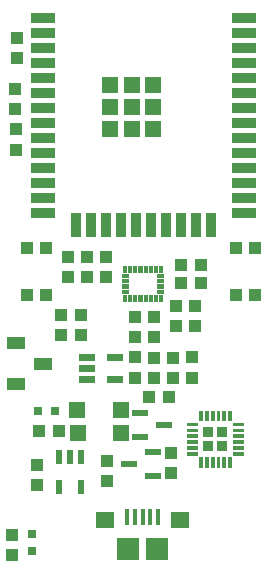
<source format=gbr>
G04 EAGLE Gerber RS-274X export*
G75*
%MOMM*%
%FSLAX34Y34*%
%LPD*%
%INSolderpaste Top*%
%IPPOS*%
%AMOC8*
5,1,8,0,0,1.08239X$1,22.5*%
G01*
%ADD10R,1.000000X1.100000*%
%ADD11R,1.100000X1.000000*%
%ADD12R,1.400000X1.400000*%
%ADD13R,0.400000X1.350000*%
%ADD14R,1.600000X1.400000*%
%ADD15R,1.900000X1.900000*%
%ADD16R,0.800000X0.800000*%
%ADD17R,1.600000X1.000000*%
%ADD18R,0.558800X1.270000*%
%ADD19R,1.320800X0.558800*%
%ADD20C,0.019600*%
%ADD21R,2.000000X0.900000*%
%ADD22R,0.900000X2.000000*%
%ADD23R,1.330000X1.330000*%
%ADD24R,0.960000X0.960000*%
%ADD25C,0.018200*%
%ADD26C,0.090000*%
%ADD27R,1.000000X1.000000*%


D10*
X113900Y211600D03*
X113900Y194600D03*
X129700Y211800D03*
X129700Y194800D03*
X161900Y177400D03*
X161900Y160400D03*
X145900Y177200D03*
X145900Y160200D03*
X113900Y177400D03*
X113900Y160400D03*
X129900Y177000D03*
X129900Y160000D03*
D11*
X67800Y213100D03*
X50800Y213100D03*
D10*
X30900Y86600D03*
X30900Y69600D03*
D12*
X101600Y132600D03*
X64600Y132600D03*
X102100Y113600D03*
X65100Y113600D03*
D13*
X107000Y42150D03*
X113500Y42150D03*
X120000Y42150D03*
X126500Y42150D03*
X133000Y42150D03*
D14*
X88000Y39900D03*
X152000Y39900D03*
D15*
X108000Y15400D03*
X132000Y15400D03*
D16*
X26200Y13100D03*
X26200Y28100D03*
X31100Y131700D03*
X46100Y131700D03*
D10*
X12300Y387700D03*
X12300Y404700D03*
X9700Y27300D03*
X9700Y10300D03*
X12500Y353400D03*
X12500Y370400D03*
D11*
X142400Y143500D03*
X125400Y143500D03*
D10*
X144500Y96200D03*
X144500Y79200D03*
D11*
X50900Y196500D03*
X67900Y196500D03*
D10*
X148500Y220600D03*
X148500Y203600D03*
X164500Y221100D03*
X164500Y204100D03*
X89500Y72400D03*
X89500Y89400D03*
D11*
X32000Y115500D03*
X49000Y115500D03*
D17*
X35700Y172100D03*
X12700Y189600D03*
X12700Y154600D03*
D18*
X67998Y93354D03*
X58600Y93354D03*
X49202Y93354D03*
X49202Y67446D03*
X67998Y67446D03*
D19*
X117940Y130160D03*
X117940Y109840D03*
X138260Y120000D03*
X128660Y76940D03*
X128660Y97260D03*
X108340Y87100D03*
D20*
X133748Y225248D02*
X133748Y230352D01*
X136352Y230352D01*
X136352Y225248D01*
X133748Y225248D01*
X133748Y225434D02*
X136352Y225434D01*
X136352Y225620D02*
X133748Y225620D01*
X133748Y225806D02*
X136352Y225806D01*
X136352Y225992D02*
X133748Y225992D01*
X133748Y226178D02*
X136352Y226178D01*
X136352Y226364D02*
X133748Y226364D01*
X133748Y226550D02*
X136352Y226550D01*
X136352Y226736D02*
X133748Y226736D01*
X133748Y226922D02*
X136352Y226922D01*
X136352Y227108D02*
X133748Y227108D01*
X133748Y227294D02*
X136352Y227294D01*
X136352Y227480D02*
X133748Y227480D01*
X133748Y227666D02*
X136352Y227666D01*
X136352Y227852D02*
X133748Y227852D01*
X133748Y228038D02*
X136352Y228038D01*
X136352Y228224D02*
X133748Y228224D01*
X133748Y228410D02*
X136352Y228410D01*
X136352Y228596D02*
X133748Y228596D01*
X133748Y228782D02*
X136352Y228782D01*
X136352Y228968D02*
X133748Y228968D01*
X133748Y229154D02*
X136352Y229154D01*
X136352Y229340D02*
X133748Y229340D01*
X133748Y229526D02*
X136352Y229526D01*
X136352Y229712D02*
X133748Y229712D01*
X133748Y229898D02*
X136352Y229898D01*
X136352Y230084D02*
X133748Y230084D01*
X133748Y230270D02*
X136352Y230270D01*
X137252Y232248D02*
X132148Y232248D01*
X132148Y234852D01*
X137252Y234852D01*
X137252Y232248D01*
X137252Y232434D02*
X132148Y232434D01*
X132148Y232620D02*
X137252Y232620D01*
X137252Y232806D02*
X132148Y232806D01*
X132148Y232992D02*
X137252Y232992D01*
X137252Y233178D02*
X132148Y233178D01*
X132148Y233364D02*
X137252Y233364D01*
X137252Y233550D02*
X132148Y233550D01*
X132148Y233736D02*
X137252Y233736D01*
X137252Y233922D02*
X132148Y233922D01*
X132148Y234108D02*
X137252Y234108D01*
X137252Y234294D02*
X132148Y234294D01*
X132148Y234480D02*
X137252Y234480D01*
X137252Y234666D02*
X132148Y234666D01*
X132148Y234852D02*
X137252Y234852D01*
X137252Y236548D02*
X132148Y236548D01*
X132148Y239152D01*
X137252Y239152D01*
X137252Y236548D01*
X137252Y236734D02*
X132148Y236734D01*
X132148Y236920D02*
X137252Y236920D01*
X137252Y237106D02*
X132148Y237106D01*
X132148Y237292D02*
X137252Y237292D01*
X137252Y237478D02*
X132148Y237478D01*
X132148Y237664D02*
X137252Y237664D01*
X137252Y237850D02*
X132148Y237850D01*
X132148Y238036D02*
X137252Y238036D01*
X137252Y238222D02*
X132148Y238222D01*
X132148Y238408D02*
X137252Y238408D01*
X137252Y238594D02*
X132148Y238594D01*
X132148Y238780D02*
X137252Y238780D01*
X137252Y238966D02*
X132148Y238966D01*
X132148Y239152D02*
X137252Y239152D01*
X137252Y240848D02*
X132148Y240848D01*
X132148Y243452D01*
X137252Y243452D01*
X137252Y240848D01*
X137252Y241034D02*
X132148Y241034D01*
X132148Y241220D02*
X137252Y241220D01*
X137252Y241406D02*
X132148Y241406D01*
X132148Y241592D02*
X137252Y241592D01*
X137252Y241778D02*
X132148Y241778D01*
X132148Y241964D02*
X137252Y241964D01*
X137252Y242150D02*
X132148Y242150D01*
X132148Y242336D02*
X137252Y242336D01*
X137252Y242522D02*
X132148Y242522D01*
X132148Y242708D02*
X137252Y242708D01*
X137252Y242894D02*
X132148Y242894D01*
X132148Y243080D02*
X137252Y243080D01*
X137252Y243266D02*
X132148Y243266D01*
X132148Y243452D02*
X137252Y243452D01*
X137252Y245148D02*
X132148Y245148D01*
X132148Y247752D01*
X137252Y247752D01*
X137252Y245148D01*
X137252Y245334D02*
X132148Y245334D01*
X132148Y245520D02*
X137252Y245520D01*
X137252Y245706D02*
X132148Y245706D01*
X132148Y245892D02*
X137252Y245892D01*
X137252Y246078D02*
X132148Y246078D01*
X132148Y246264D02*
X137252Y246264D01*
X137252Y246450D02*
X132148Y246450D01*
X132148Y246636D02*
X137252Y246636D01*
X137252Y246822D02*
X132148Y246822D01*
X132148Y247008D02*
X137252Y247008D01*
X137252Y247194D02*
X132148Y247194D01*
X132148Y247380D02*
X137252Y247380D01*
X137252Y247566D02*
X132148Y247566D01*
X132148Y247752D02*
X137252Y247752D01*
X136352Y249648D02*
X136352Y254752D01*
X136352Y249648D02*
X133748Y249648D01*
X133748Y254752D01*
X136352Y254752D01*
X136352Y249834D02*
X133748Y249834D01*
X133748Y250020D02*
X136352Y250020D01*
X136352Y250206D02*
X133748Y250206D01*
X133748Y250392D02*
X136352Y250392D01*
X136352Y250578D02*
X133748Y250578D01*
X133748Y250764D02*
X136352Y250764D01*
X136352Y250950D02*
X133748Y250950D01*
X133748Y251136D02*
X136352Y251136D01*
X136352Y251322D02*
X133748Y251322D01*
X133748Y251508D02*
X136352Y251508D01*
X136352Y251694D02*
X133748Y251694D01*
X133748Y251880D02*
X136352Y251880D01*
X136352Y252066D02*
X133748Y252066D01*
X133748Y252252D02*
X136352Y252252D01*
X136352Y252438D02*
X133748Y252438D01*
X133748Y252624D02*
X136352Y252624D01*
X136352Y252810D02*
X133748Y252810D01*
X133748Y252996D02*
X136352Y252996D01*
X136352Y253182D02*
X133748Y253182D01*
X133748Y253368D02*
X136352Y253368D01*
X136352Y253554D02*
X133748Y253554D01*
X133748Y253740D02*
X136352Y253740D01*
X136352Y253926D02*
X133748Y253926D01*
X133748Y254112D02*
X136352Y254112D01*
X136352Y254298D02*
X133748Y254298D01*
X133748Y254484D02*
X136352Y254484D01*
X136352Y254670D02*
X133748Y254670D01*
X132052Y254752D02*
X132052Y249648D01*
X129448Y249648D01*
X129448Y254752D01*
X132052Y254752D01*
X132052Y249834D02*
X129448Y249834D01*
X129448Y250020D02*
X132052Y250020D01*
X132052Y250206D02*
X129448Y250206D01*
X129448Y250392D02*
X132052Y250392D01*
X132052Y250578D02*
X129448Y250578D01*
X129448Y250764D02*
X132052Y250764D01*
X132052Y250950D02*
X129448Y250950D01*
X129448Y251136D02*
X132052Y251136D01*
X132052Y251322D02*
X129448Y251322D01*
X129448Y251508D02*
X132052Y251508D01*
X132052Y251694D02*
X129448Y251694D01*
X129448Y251880D02*
X132052Y251880D01*
X132052Y252066D02*
X129448Y252066D01*
X129448Y252252D02*
X132052Y252252D01*
X132052Y252438D02*
X129448Y252438D01*
X129448Y252624D02*
X132052Y252624D01*
X132052Y252810D02*
X129448Y252810D01*
X129448Y252996D02*
X132052Y252996D01*
X132052Y253182D02*
X129448Y253182D01*
X129448Y253368D02*
X132052Y253368D01*
X132052Y253554D02*
X129448Y253554D01*
X129448Y253740D02*
X132052Y253740D01*
X132052Y253926D02*
X129448Y253926D01*
X129448Y254112D02*
X132052Y254112D01*
X132052Y254298D02*
X129448Y254298D01*
X129448Y254484D02*
X132052Y254484D01*
X132052Y254670D02*
X129448Y254670D01*
X127752Y254752D02*
X127752Y249648D01*
X125148Y249648D01*
X125148Y254752D01*
X127752Y254752D01*
X127752Y249834D02*
X125148Y249834D01*
X125148Y250020D02*
X127752Y250020D01*
X127752Y250206D02*
X125148Y250206D01*
X125148Y250392D02*
X127752Y250392D01*
X127752Y250578D02*
X125148Y250578D01*
X125148Y250764D02*
X127752Y250764D01*
X127752Y250950D02*
X125148Y250950D01*
X125148Y251136D02*
X127752Y251136D01*
X127752Y251322D02*
X125148Y251322D01*
X125148Y251508D02*
X127752Y251508D01*
X127752Y251694D02*
X125148Y251694D01*
X125148Y251880D02*
X127752Y251880D01*
X127752Y252066D02*
X125148Y252066D01*
X125148Y252252D02*
X127752Y252252D01*
X127752Y252438D02*
X125148Y252438D01*
X125148Y252624D02*
X127752Y252624D01*
X127752Y252810D02*
X125148Y252810D01*
X125148Y252996D02*
X127752Y252996D01*
X127752Y253182D02*
X125148Y253182D01*
X125148Y253368D02*
X127752Y253368D01*
X127752Y253554D02*
X125148Y253554D01*
X125148Y253740D02*
X127752Y253740D01*
X127752Y253926D02*
X125148Y253926D01*
X125148Y254112D02*
X127752Y254112D01*
X127752Y254298D02*
X125148Y254298D01*
X125148Y254484D02*
X127752Y254484D01*
X127752Y254670D02*
X125148Y254670D01*
X123452Y254752D02*
X123452Y249648D01*
X120848Y249648D01*
X120848Y254752D01*
X123452Y254752D01*
X123452Y249834D02*
X120848Y249834D01*
X120848Y250020D02*
X123452Y250020D01*
X123452Y250206D02*
X120848Y250206D01*
X120848Y250392D02*
X123452Y250392D01*
X123452Y250578D02*
X120848Y250578D01*
X120848Y250764D02*
X123452Y250764D01*
X123452Y250950D02*
X120848Y250950D01*
X120848Y251136D02*
X123452Y251136D01*
X123452Y251322D02*
X120848Y251322D01*
X120848Y251508D02*
X123452Y251508D01*
X123452Y251694D02*
X120848Y251694D01*
X120848Y251880D02*
X123452Y251880D01*
X123452Y252066D02*
X120848Y252066D01*
X120848Y252252D02*
X123452Y252252D01*
X123452Y252438D02*
X120848Y252438D01*
X120848Y252624D02*
X123452Y252624D01*
X123452Y252810D02*
X120848Y252810D01*
X120848Y252996D02*
X123452Y252996D01*
X123452Y253182D02*
X120848Y253182D01*
X120848Y253368D02*
X123452Y253368D01*
X123452Y253554D02*
X120848Y253554D01*
X120848Y253740D02*
X123452Y253740D01*
X123452Y253926D02*
X120848Y253926D01*
X120848Y254112D02*
X123452Y254112D01*
X123452Y254298D02*
X120848Y254298D01*
X120848Y254484D02*
X123452Y254484D01*
X123452Y254670D02*
X120848Y254670D01*
X119152Y254752D02*
X119152Y249648D01*
X116548Y249648D01*
X116548Y254752D01*
X119152Y254752D01*
X119152Y249834D02*
X116548Y249834D01*
X116548Y250020D02*
X119152Y250020D01*
X119152Y250206D02*
X116548Y250206D01*
X116548Y250392D02*
X119152Y250392D01*
X119152Y250578D02*
X116548Y250578D01*
X116548Y250764D02*
X119152Y250764D01*
X119152Y250950D02*
X116548Y250950D01*
X116548Y251136D02*
X119152Y251136D01*
X119152Y251322D02*
X116548Y251322D01*
X116548Y251508D02*
X119152Y251508D01*
X119152Y251694D02*
X116548Y251694D01*
X116548Y251880D02*
X119152Y251880D01*
X119152Y252066D02*
X116548Y252066D01*
X116548Y252252D02*
X119152Y252252D01*
X119152Y252438D02*
X116548Y252438D01*
X116548Y252624D02*
X119152Y252624D01*
X119152Y252810D02*
X116548Y252810D01*
X116548Y252996D02*
X119152Y252996D01*
X119152Y253182D02*
X116548Y253182D01*
X116548Y253368D02*
X119152Y253368D01*
X119152Y253554D02*
X116548Y253554D01*
X116548Y253740D02*
X119152Y253740D01*
X119152Y253926D02*
X116548Y253926D01*
X116548Y254112D02*
X119152Y254112D01*
X119152Y254298D02*
X116548Y254298D01*
X116548Y254484D02*
X119152Y254484D01*
X119152Y254670D02*
X116548Y254670D01*
X114852Y254752D02*
X114852Y249648D01*
X112248Y249648D01*
X112248Y254752D01*
X114852Y254752D01*
X114852Y249834D02*
X112248Y249834D01*
X112248Y250020D02*
X114852Y250020D01*
X114852Y250206D02*
X112248Y250206D01*
X112248Y250392D02*
X114852Y250392D01*
X114852Y250578D02*
X112248Y250578D01*
X112248Y250764D02*
X114852Y250764D01*
X114852Y250950D02*
X112248Y250950D01*
X112248Y251136D02*
X114852Y251136D01*
X114852Y251322D02*
X112248Y251322D01*
X112248Y251508D02*
X114852Y251508D01*
X114852Y251694D02*
X112248Y251694D01*
X112248Y251880D02*
X114852Y251880D01*
X114852Y252066D02*
X112248Y252066D01*
X112248Y252252D02*
X114852Y252252D01*
X114852Y252438D02*
X112248Y252438D01*
X112248Y252624D02*
X114852Y252624D01*
X114852Y252810D02*
X112248Y252810D01*
X112248Y252996D02*
X114852Y252996D01*
X114852Y253182D02*
X112248Y253182D01*
X112248Y253368D02*
X114852Y253368D01*
X114852Y253554D02*
X112248Y253554D01*
X112248Y253740D02*
X114852Y253740D01*
X114852Y253926D02*
X112248Y253926D01*
X112248Y254112D02*
X114852Y254112D01*
X114852Y254298D02*
X112248Y254298D01*
X112248Y254484D02*
X114852Y254484D01*
X114852Y254670D02*
X112248Y254670D01*
X110552Y254752D02*
X110552Y249648D01*
X107948Y249648D01*
X107948Y254752D01*
X110552Y254752D01*
X110552Y249834D02*
X107948Y249834D01*
X107948Y250020D02*
X110552Y250020D01*
X110552Y250206D02*
X107948Y250206D01*
X107948Y250392D02*
X110552Y250392D01*
X110552Y250578D02*
X107948Y250578D01*
X107948Y250764D02*
X110552Y250764D01*
X110552Y250950D02*
X107948Y250950D01*
X107948Y251136D02*
X110552Y251136D01*
X110552Y251322D02*
X107948Y251322D01*
X107948Y251508D02*
X110552Y251508D01*
X110552Y251694D02*
X107948Y251694D01*
X107948Y251880D02*
X110552Y251880D01*
X110552Y252066D02*
X107948Y252066D01*
X107948Y252252D02*
X110552Y252252D01*
X110552Y252438D02*
X107948Y252438D01*
X107948Y252624D02*
X110552Y252624D01*
X110552Y252810D02*
X107948Y252810D01*
X107948Y252996D02*
X110552Y252996D01*
X110552Y253182D02*
X107948Y253182D01*
X107948Y253368D02*
X110552Y253368D01*
X110552Y253554D02*
X107948Y253554D01*
X107948Y253740D02*
X110552Y253740D01*
X110552Y253926D02*
X107948Y253926D01*
X107948Y254112D02*
X110552Y254112D01*
X110552Y254298D02*
X107948Y254298D01*
X107948Y254484D02*
X110552Y254484D01*
X110552Y254670D02*
X107948Y254670D01*
X106252Y254752D02*
X106252Y249648D01*
X103648Y249648D01*
X103648Y254752D01*
X106252Y254752D01*
X106252Y249834D02*
X103648Y249834D01*
X103648Y250020D02*
X106252Y250020D01*
X106252Y250206D02*
X103648Y250206D01*
X103648Y250392D02*
X106252Y250392D01*
X106252Y250578D02*
X103648Y250578D01*
X103648Y250764D02*
X106252Y250764D01*
X106252Y250950D02*
X103648Y250950D01*
X103648Y251136D02*
X106252Y251136D01*
X106252Y251322D02*
X103648Y251322D01*
X103648Y251508D02*
X106252Y251508D01*
X106252Y251694D02*
X103648Y251694D01*
X103648Y251880D02*
X106252Y251880D01*
X106252Y252066D02*
X103648Y252066D01*
X103648Y252252D02*
X106252Y252252D01*
X106252Y252438D02*
X103648Y252438D01*
X103648Y252624D02*
X106252Y252624D01*
X106252Y252810D02*
X103648Y252810D01*
X103648Y252996D02*
X106252Y252996D01*
X106252Y253182D02*
X103648Y253182D01*
X103648Y253368D02*
X106252Y253368D01*
X106252Y253554D02*
X103648Y253554D01*
X103648Y253740D02*
X106252Y253740D01*
X106252Y253926D02*
X103648Y253926D01*
X103648Y254112D02*
X106252Y254112D01*
X106252Y254298D02*
X103648Y254298D01*
X103648Y254484D02*
X106252Y254484D01*
X106252Y254670D02*
X103648Y254670D01*
X102748Y247752D02*
X107852Y247752D01*
X107852Y245148D01*
X102748Y245148D01*
X102748Y247752D01*
X102748Y245334D02*
X107852Y245334D01*
X107852Y245520D02*
X102748Y245520D01*
X102748Y245706D02*
X107852Y245706D01*
X107852Y245892D02*
X102748Y245892D01*
X102748Y246078D02*
X107852Y246078D01*
X107852Y246264D02*
X102748Y246264D01*
X102748Y246450D02*
X107852Y246450D01*
X107852Y246636D02*
X102748Y246636D01*
X102748Y246822D02*
X107852Y246822D01*
X107852Y247008D02*
X102748Y247008D01*
X102748Y247194D02*
X107852Y247194D01*
X107852Y247380D02*
X102748Y247380D01*
X102748Y247566D02*
X107852Y247566D01*
X107852Y247752D02*
X102748Y247752D01*
X102748Y243452D02*
X107852Y243452D01*
X107852Y240848D01*
X102748Y240848D01*
X102748Y243452D01*
X102748Y241034D02*
X107852Y241034D01*
X107852Y241220D02*
X102748Y241220D01*
X102748Y241406D02*
X107852Y241406D01*
X107852Y241592D02*
X102748Y241592D01*
X102748Y241778D02*
X107852Y241778D01*
X107852Y241964D02*
X102748Y241964D01*
X102748Y242150D02*
X107852Y242150D01*
X107852Y242336D02*
X102748Y242336D01*
X102748Y242522D02*
X107852Y242522D01*
X107852Y242708D02*
X102748Y242708D01*
X102748Y242894D02*
X107852Y242894D01*
X107852Y243080D02*
X102748Y243080D01*
X102748Y243266D02*
X107852Y243266D01*
X107852Y243452D02*
X102748Y243452D01*
X102748Y239152D02*
X107852Y239152D01*
X107852Y236548D01*
X102748Y236548D01*
X102748Y239152D01*
X102748Y236734D02*
X107852Y236734D01*
X107852Y236920D02*
X102748Y236920D01*
X102748Y237106D02*
X107852Y237106D01*
X107852Y237292D02*
X102748Y237292D01*
X102748Y237478D02*
X107852Y237478D01*
X107852Y237664D02*
X102748Y237664D01*
X102748Y237850D02*
X107852Y237850D01*
X107852Y238036D02*
X102748Y238036D01*
X102748Y238222D02*
X107852Y238222D01*
X107852Y238408D02*
X102748Y238408D01*
X102748Y238594D02*
X107852Y238594D01*
X107852Y238780D02*
X102748Y238780D01*
X102748Y238966D02*
X107852Y238966D01*
X107852Y239152D02*
X102748Y239152D01*
X102748Y234852D02*
X107852Y234852D01*
X107852Y232248D01*
X102748Y232248D01*
X102748Y234852D01*
X102748Y232434D02*
X107852Y232434D01*
X107852Y232620D02*
X102748Y232620D01*
X102748Y232806D02*
X107852Y232806D01*
X107852Y232992D02*
X102748Y232992D01*
X102748Y233178D02*
X107852Y233178D01*
X107852Y233364D02*
X102748Y233364D01*
X102748Y233550D02*
X107852Y233550D01*
X107852Y233736D02*
X102748Y233736D01*
X102748Y233922D02*
X107852Y233922D01*
X107852Y234108D02*
X102748Y234108D01*
X102748Y234294D02*
X107852Y234294D01*
X107852Y234480D02*
X102748Y234480D01*
X102748Y234666D02*
X107852Y234666D01*
X107852Y234852D02*
X102748Y234852D01*
X103648Y230352D02*
X103648Y225248D01*
X103648Y230352D02*
X106252Y230352D01*
X106252Y225248D01*
X103648Y225248D01*
X103648Y225434D02*
X106252Y225434D01*
X106252Y225620D02*
X103648Y225620D01*
X103648Y225806D02*
X106252Y225806D01*
X106252Y225992D02*
X103648Y225992D01*
X103648Y226178D02*
X106252Y226178D01*
X106252Y226364D02*
X103648Y226364D01*
X103648Y226550D02*
X106252Y226550D01*
X106252Y226736D02*
X103648Y226736D01*
X103648Y226922D02*
X106252Y226922D01*
X106252Y227108D02*
X103648Y227108D01*
X103648Y227294D02*
X106252Y227294D01*
X106252Y227480D02*
X103648Y227480D01*
X103648Y227666D02*
X106252Y227666D01*
X106252Y227852D02*
X103648Y227852D01*
X103648Y228038D02*
X106252Y228038D01*
X106252Y228224D02*
X103648Y228224D01*
X103648Y228410D02*
X106252Y228410D01*
X106252Y228596D02*
X103648Y228596D01*
X103648Y228782D02*
X106252Y228782D01*
X106252Y228968D02*
X103648Y228968D01*
X103648Y229154D02*
X106252Y229154D01*
X106252Y229340D02*
X103648Y229340D01*
X103648Y229526D02*
X106252Y229526D01*
X106252Y229712D02*
X103648Y229712D01*
X103648Y229898D02*
X106252Y229898D01*
X106252Y230084D02*
X103648Y230084D01*
X103648Y230270D02*
X106252Y230270D01*
X107948Y230352D02*
X107948Y225248D01*
X107948Y230352D02*
X110552Y230352D01*
X110552Y225248D01*
X107948Y225248D01*
X107948Y225434D02*
X110552Y225434D01*
X110552Y225620D02*
X107948Y225620D01*
X107948Y225806D02*
X110552Y225806D01*
X110552Y225992D02*
X107948Y225992D01*
X107948Y226178D02*
X110552Y226178D01*
X110552Y226364D02*
X107948Y226364D01*
X107948Y226550D02*
X110552Y226550D01*
X110552Y226736D02*
X107948Y226736D01*
X107948Y226922D02*
X110552Y226922D01*
X110552Y227108D02*
X107948Y227108D01*
X107948Y227294D02*
X110552Y227294D01*
X110552Y227480D02*
X107948Y227480D01*
X107948Y227666D02*
X110552Y227666D01*
X110552Y227852D02*
X107948Y227852D01*
X107948Y228038D02*
X110552Y228038D01*
X110552Y228224D02*
X107948Y228224D01*
X107948Y228410D02*
X110552Y228410D01*
X110552Y228596D02*
X107948Y228596D01*
X107948Y228782D02*
X110552Y228782D01*
X110552Y228968D02*
X107948Y228968D01*
X107948Y229154D02*
X110552Y229154D01*
X110552Y229340D02*
X107948Y229340D01*
X107948Y229526D02*
X110552Y229526D01*
X110552Y229712D02*
X107948Y229712D01*
X107948Y229898D02*
X110552Y229898D01*
X110552Y230084D02*
X107948Y230084D01*
X107948Y230270D02*
X110552Y230270D01*
X112248Y230352D02*
X112248Y225248D01*
X112248Y230352D02*
X114852Y230352D01*
X114852Y225248D01*
X112248Y225248D01*
X112248Y225434D02*
X114852Y225434D01*
X114852Y225620D02*
X112248Y225620D01*
X112248Y225806D02*
X114852Y225806D01*
X114852Y225992D02*
X112248Y225992D01*
X112248Y226178D02*
X114852Y226178D01*
X114852Y226364D02*
X112248Y226364D01*
X112248Y226550D02*
X114852Y226550D01*
X114852Y226736D02*
X112248Y226736D01*
X112248Y226922D02*
X114852Y226922D01*
X114852Y227108D02*
X112248Y227108D01*
X112248Y227294D02*
X114852Y227294D01*
X114852Y227480D02*
X112248Y227480D01*
X112248Y227666D02*
X114852Y227666D01*
X114852Y227852D02*
X112248Y227852D01*
X112248Y228038D02*
X114852Y228038D01*
X114852Y228224D02*
X112248Y228224D01*
X112248Y228410D02*
X114852Y228410D01*
X114852Y228596D02*
X112248Y228596D01*
X112248Y228782D02*
X114852Y228782D01*
X114852Y228968D02*
X112248Y228968D01*
X112248Y229154D02*
X114852Y229154D01*
X114852Y229340D02*
X112248Y229340D01*
X112248Y229526D02*
X114852Y229526D01*
X114852Y229712D02*
X112248Y229712D01*
X112248Y229898D02*
X114852Y229898D01*
X114852Y230084D02*
X112248Y230084D01*
X112248Y230270D02*
X114852Y230270D01*
X116548Y230352D02*
X116548Y225248D01*
X116548Y230352D02*
X119152Y230352D01*
X119152Y225248D01*
X116548Y225248D01*
X116548Y225434D02*
X119152Y225434D01*
X119152Y225620D02*
X116548Y225620D01*
X116548Y225806D02*
X119152Y225806D01*
X119152Y225992D02*
X116548Y225992D01*
X116548Y226178D02*
X119152Y226178D01*
X119152Y226364D02*
X116548Y226364D01*
X116548Y226550D02*
X119152Y226550D01*
X119152Y226736D02*
X116548Y226736D01*
X116548Y226922D02*
X119152Y226922D01*
X119152Y227108D02*
X116548Y227108D01*
X116548Y227294D02*
X119152Y227294D01*
X119152Y227480D02*
X116548Y227480D01*
X116548Y227666D02*
X119152Y227666D01*
X119152Y227852D02*
X116548Y227852D01*
X116548Y228038D02*
X119152Y228038D01*
X119152Y228224D02*
X116548Y228224D01*
X116548Y228410D02*
X119152Y228410D01*
X119152Y228596D02*
X116548Y228596D01*
X116548Y228782D02*
X119152Y228782D01*
X119152Y228968D02*
X116548Y228968D01*
X116548Y229154D02*
X119152Y229154D01*
X119152Y229340D02*
X116548Y229340D01*
X116548Y229526D02*
X119152Y229526D01*
X119152Y229712D02*
X116548Y229712D01*
X116548Y229898D02*
X119152Y229898D01*
X119152Y230084D02*
X116548Y230084D01*
X116548Y230270D02*
X119152Y230270D01*
X120848Y230352D02*
X120848Y225248D01*
X120848Y230352D02*
X123452Y230352D01*
X123452Y225248D01*
X120848Y225248D01*
X120848Y225434D02*
X123452Y225434D01*
X123452Y225620D02*
X120848Y225620D01*
X120848Y225806D02*
X123452Y225806D01*
X123452Y225992D02*
X120848Y225992D01*
X120848Y226178D02*
X123452Y226178D01*
X123452Y226364D02*
X120848Y226364D01*
X120848Y226550D02*
X123452Y226550D01*
X123452Y226736D02*
X120848Y226736D01*
X120848Y226922D02*
X123452Y226922D01*
X123452Y227108D02*
X120848Y227108D01*
X120848Y227294D02*
X123452Y227294D01*
X123452Y227480D02*
X120848Y227480D01*
X120848Y227666D02*
X123452Y227666D01*
X123452Y227852D02*
X120848Y227852D01*
X120848Y228038D02*
X123452Y228038D01*
X123452Y228224D02*
X120848Y228224D01*
X120848Y228410D02*
X123452Y228410D01*
X123452Y228596D02*
X120848Y228596D01*
X120848Y228782D02*
X123452Y228782D01*
X123452Y228968D02*
X120848Y228968D01*
X120848Y229154D02*
X123452Y229154D01*
X123452Y229340D02*
X120848Y229340D01*
X120848Y229526D02*
X123452Y229526D01*
X123452Y229712D02*
X120848Y229712D01*
X120848Y229898D02*
X123452Y229898D01*
X123452Y230084D02*
X120848Y230084D01*
X120848Y230270D02*
X123452Y230270D01*
X125148Y230352D02*
X125148Y225248D01*
X125148Y230352D02*
X127752Y230352D01*
X127752Y225248D01*
X125148Y225248D01*
X125148Y225434D02*
X127752Y225434D01*
X127752Y225620D02*
X125148Y225620D01*
X125148Y225806D02*
X127752Y225806D01*
X127752Y225992D02*
X125148Y225992D01*
X125148Y226178D02*
X127752Y226178D01*
X127752Y226364D02*
X125148Y226364D01*
X125148Y226550D02*
X127752Y226550D01*
X127752Y226736D02*
X125148Y226736D01*
X125148Y226922D02*
X127752Y226922D01*
X127752Y227108D02*
X125148Y227108D01*
X125148Y227294D02*
X127752Y227294D01*
X127752Y227480D02*
X125148Y227480D01*
X125148Y227666D02*
X127752Y227666D01*
X127752Y227852D02*
X125148Y227852D01*
X125148Y228038D02*
X127752Y228038D01*
X127752Y228224D02*
X125148Y228224D01*
X125148Y228410D02*
X127752Y228410D01*
X127752Y228596D02*
X125148Y228596D01*
X125148Y228782D02*
X127752Y228782D01*
X127752Y228968D02*
X125148Y228968D01*
X125148Y229154D02*
X127752Y229154D01*
X127752Y229340D02*
X125148Y229340D01*
X125148Y229526D02*
X127752Y229526D01*
X127752Y229712D02*
X125148Y229712D01*
X125148Y229898D02*
X127752Y229898D01*
X127752Y230084D02*
X125148Y230084D01*
X125148Y230270D02*
X127752Y230270D01*
X129448Y230352D02*
X129448Y225248D01*
X129448Y230352D02*
X132052Y230352D01*
X132052Y225248D01*
X129448Y225248D01*
X129448Y225434D02*
X132052Y225434D01*
X132052Y225620D02*
X129448Y225620D01*
X129448Y225806D02*
X132052Y225806D01*
X132052Y225992D02*
X129448Y225992D01*
X129448Y226178D02*
X132052Y226178D01*
X132052Y226364D02*
X129448Y226364D01*
X129448Y226550D02*
X132052Y226550D01*
X132052Y226736D02*
X129448Y226736D01*
X129448Y226922D02*
X132052Y226922D01*
X132052Y227108D02*
X129448Y227108D01*
X129448Y227294D02*
X132052Y227294D01*
X132052Y227480D02*
X129448Y227480D01*
X129448Y227666D02*
X132052Y227666D01*
X132052Y227852D02*
X129448Y227852D01*
X129448Y228038D02*
X132052Y228038D01*
X132052Y228224D02*
X129448Y228224D01*
X129448Y228410D02*
X132052Y228410D01*
X132052Y228596D02*
X129448Y228596D01*
X129448Y228782D02*
X132052Y228782D01*
X132052Y228968D02*
X129448Y228968D01*
X129448Y229154D02*
X132052Y229154D01*
X132052Y229340D02*
X129448Y229340D01*
X129448Y229526D02*
X132052Y229526D01*
X132052Y229712D02*
X129448Y229712D01*
X129448Y229898D02*
X132052Y229898D01*
X132052Y230084D02*
X129448Y230084D01*
X129448Y230270D02*
X132052Y230270D01*
D21*
X35800Y464500D03*
X35800Y451800D03*
X35800Y439100D03*
X35800Y426400D03*
X35800Y413700D03*
X35800Y401000D03*
X35800Y388300D03*
X35800Y375600D03*
X35800Y362900D03*
X35800Y350200D03*
X35800Y337500D03*
X35800Y324800D03*
X35800Y312100D03*
X35800Y299400D03*
D22*
X63650Y289400D03*
X76350Y289400D03*
X89050Y289400D03*
X101750Y289400D03*
X114450Y289400D03*
X127150Y289400D03*
X139850Y289400D03*
X152550Y289400D03*
X165250Y289400D03*
X177950Y289400D03*
D21*
X205800Y299400D03*
X205800Y312100D03*
X205800Y324800D03*
X205800Y337500D03*
X205800Y350200D03*
X205800Y362900D03*
X205800Y375600D03*
X205800Y388300D03*
X205800Y401000D03*
X205800Y413700D03*
X205800Y426400D03*
X205800Y439100D03*
X205800Y451800D03*
X205800Y464500D03*
D23*
X92450Y407850D03*
X110800Y407850D03*
X129150Y407850D03*
X92450Y389500D03*
X110800Y389500D03*
X129150Y389500D03*
X92450Y371150D03*
X110800Y371150D03*
X129150Y371150D03*
D24*
X175300Y114600D03*
X175300Y102400D03*
X187500Y102400D03*
X187500Y114600D03*
D25*
X180109Y92959D02*
X180109Y84941D01*
X177691Y84941D01*
X177691Y92959D01*
X180109Y92959D01*
X180109Y85114D02*
X177691Y85114D01*
X177691Y85287D02*
X180109Y85287D01*
X180109Y85460D02*
X177691Y85460D01*
X177691Y85633D02*
X180109Y85633D01*
X180109Y85806D02*
X177691Y85806D01*
X177691Y85979D02*
X180109Y85979D01*
X180109Y86152D02*
X177691Y86152D01*
X177691Y86325D02*
X180109Y86325D01*
X180109Y86498D02*
X177691Y86498D01*
X177691Y86671D02*
X180109Y86671D01*
X180109Y86844D02*
X177691Y86844D01*
X177691Y87017D02*
X180109Y87017D01*
X180109Y87190D02*
X177691Y87190D01*
X177691Y87363D02*
X180109Y87363D01*
X180109Y87536D02*
X177691Y87536D01*
X177691Y87709D02*
X180109Y87709D01*
X180109Y87882D02*
X177691Y87882D01*
X177691Y88055D02*
X180109Y88055D01*
X180109Y88228D02*
X177691Y88228D01*
X177691Y88401D02*
X180109Y88401D01*
X180109Y88574D02*
X177691Y88574D01*
X177691Y88747D02*
X180109Y88747D01*
X180109Y88920D02*
X177691Y88920D01*
X177691Y89093D02*
X180109Y89093D01*
X180109Y89266D02*
X177691Y89266D01*
X177691Y89439D02*
X180109Y89439D01*
X180109Y89612D02*
X177691Y89612D01*
X177691Y89785D02*
X180109Y89785D01*
X180109Y89958D02*
X177691Y89958D01*
X177691Y90131D02*
X180109Y90131D01*
X180109Y90304D02*
X177691Y90304D01*
X177691Y90477D02*
X180109Y90477D01*
X180109Y90650D02*
X177691Y90650D01*
X177691Y90823D02*
X180109Y90823D01*
X180109Y90996D02*
X177691Y90996D01*
X177691Y91169D02*
X180109Y91169D01*
X180109Y91342D02*
X177691Y91342D01*
X177691Y91515D02*
X180109Y91515D01*
X180109Y91688D02*
X177691Y91688D01*
X177691Y91861D02*
X180109Y91861D01*
X180109Y92034D02*
X177691Y92034D01*
X177691Y92207D02*
X180109Y92207D01*
X180109Y92380D02*
X177691Y92380D01*
X177691Y92553D02*
X180109Y92553D01*
X180109Y92726D02*
X177691Y92726D01*
X177691Y92899D02*
X180109Y92899D01*
X175109Y92959D02*
X175109Y84941D01*
X172691Y84941D01*
X172691Y92959D01*
X175109Y92959D01*
X175109Y85114D02*
X172691Y85114D01*
X172691Y85287D02*
X175109Y85287D01*
X175109Y85460D02*
X172691Y85460D01*
X172691Y85633D02*
X175109Y85633D01*
X175109Y85806D02*
X172691Y85806D01*
X172691Y85979D02*
X175109Y85979D01*
X175109Y86152D02*
X172691Y86152D01*
X172691Y86325D02*
X175109Y86325D01*
X175109Y86498D02*
X172691Y86498D01*
X172691Y86671D02*
X175109Y86671D01*
X175109Y86844D02*
X172691Y86844D01*
X172691Y87017D02*
X175109Y87017D01*
X175109Y87190D02*
X172691Y87190D01*
X172691Y87363D02*
X175109Y87363D01*
X175109Y87536D02*
X172691Y87536D01*
X172691Y87709D02*
X175109Y87709D01*
X175109Y87882D02*
X172691Y87882D01*
X172691Y88055D02*
X175109Y88055D01*
X175109Y88228D02*
X172691Y88228D01*
X172691Y88401D02*
X175109Y88401D01*
X175109Y88574D02*
X172691Y88574D01*
X172691Y88747D02*
X175109Y88747D01*
X175109Y88920D02*
X172691Y88920D01*
X172691Y89093D02*
X175109Y89093D01*
X175109Y89266D02*
X172691Y89266D01*
X172691Y89439D02*
X175109Y89439D01*
X175109Y89612D02*
X172691Y89612D01*
X172691Y89785D02*
X175109Y89785D01*
X175109Y89958D02*
X172691Y89958D01*
X172691Y90131D02*
X175109Y90131D01*
X175109Y90304D02*
X172691Y90304D01*
X172691Y90477D02*
X175109Y90477D01*
X175109Y90650D02*
X172691Y90650D01*
X172691Y90823D02*
X175109Y90823D01*
X175109Y90996D02*
X172691Y90996D01*
X172691Y91169D02*
X175109Y91169D01*
X175109Y91342D02*
X172691Y91342D01*
X172691Y91515D02*
X175109Y91515D01*
X175109Y91688D02*
X172691Y91688D01*
X172691Y91861D02*
X175109Y91861D01*
X175109Y92034D02*
X172691Y92034D01*
X172691Y92207D02*
X175109Y92207D01*
X175109Y92380D02*
X172691Y92380D01*
X172691Y92553D02*
X175109Y92553D01*
X175109Y92726D02*
X172691Y92726D01*
X172691Y92899D02*
X175109Y92899D01*
X170109Y92909D02*
X170109Y84691D01*
X167691Y84691D01*
X167691Y92909D01*
X170109Y92909D01*
X170109Y84864D02*
X167691Y84864D01*
X167691Y85037D02*
X170109Y85037D01*
X170109Y85210D02*
X167691Y85210D01*
X167691Y85383D02*
X170109Y85383D01*
X170109Y85556D02*
X167691Y85556D01*
X167691Y85729D02*
X170109Y85729D01*
X170109Y85902D02*
X167691Y85902D01*
X167691Y86075D02*
X170109Y86075D01*
X170109Y86248D02*
X167691Y86248D01*
X167691Y86421D02*
X170109Y86421D01*
X170109Y86594D02*
X167691Y86594D01*
X167691Y86767D02*
X170109Y86767D01*
X170109Y86940D02*
X167691Y86940D01*
X167691Y87113D02*
X170109Y87113D01*
X170109Y87286D02*
X167691Y87286D01*
X167691Y87459D02*
X170109Y87459D01*
X170109Y87632D02*
X167691Y87632D01*
X167691Y87805D02*
X170109Y87805D01*
X170109Y87978D02*
X167691Y87978D01*
X167691Y88151D02*
X170109Y88151D01*
X170109Y88324D02*
X167691Y88324D01*
X167691Y88497D02*
X170109Y88497D01*
X170109Y88670D02*
X167691Y88670D01*
X167691Y88843D02*
X170109Y88843D01*
X170109Y89016D02*
X167691Y89016D01*
X167691Y89189D02*
X170109Y89189D01*
X170109Y89362D02*
X167691Y89362D01*
X167691Y89535D02*
X170109Y89535D01*
X170109Y89708D02*
X167691Y89708D01*
X167691Y89881D02*
X170109Y89881D01*
X170109Y90054D02*
X167691Y90054D01*
X167691Y90227D02*
X170109Y90227D01*
X170109Y90400D02*
X167691Y90400D01*
X167691Y90573D02*
X170109Y90573D01*
X170109Y90746D02*
X167691Y90746D01*
X167691Y90919D02*
X170109Y90919D01*
X170109Y91092D02*
X167691Y91092D01*
X167691Y91265D02*
X170109Y91265D01*
X170109Y91438D02*
X167691Y91438D01*
X167691Y91611D02*
X170109Y91611D01*
X170109Y91784D02*
X167691Y91784D01*
X167691Y91957D02*
X170109Y91957D01*
X170109Y92130D02*
X167691Y92130D01*
X167691Y92303D02*
X170109Y92303D01*
X170109Y92476D02*
X167691Y92476D01*
X167691Y92649D02*
X170109Y92649D01*
X170109Y92822D02*
X167691Y92822D01*
X185109Y92959D02*
X185109Y84941D01*
X182691Y84941D01*
X182691Y92959D01*
X185109Y92959D01*
X185109Y85114D02*
X182691Y85114D01*
X182691Y85287D02*
X185109Y85287D01*
X185109Y85460D02*
X182691Y85460D01*
X182691Y85633D02*
X185109Y85633D01*
X185109Y85806D02*
X182691Y85806D01*
X182691Y85979D02*
X185109Y85979D01*
X185109Y86152D02*
X182691Y86152D01*
X182691Y86325D02*
X185109Y86325D01*
X185109Y86498D02*
X182691Y86498D01*
X182691Y86671D02*
X185109Y86671D01*
X185109Y86844D02*
X182691Y86844D01*
X182691Y87017D02*
X185109Y87017D01*
X185109Y87190D02*
X182691Y87190D01*
X182691Y87363D02*
X185109Y87363D01*
X185109Y87536D02*
X182691Y87536D01*
X182691Y87709D02*
X185109Y87709D01*
X185109Y87882D02*
X182691Y87882D01*
X182691Y88055D02*
X185109Y88055D01*
X185109Y88228D02*
X182691Y88228D01*
X182691Y88401D02*
X185109Y88401D01*
X185109Y88574D02*
X182691Y88574D01*
X182691Y88747D02*
X185109Y88747D01*
X185109Y88920D02*
X182691Y88920D01*
X182691Y89093D02*
X185109Y89093D01*
X185109Y89266D02*
X182691Y89266D01*
X182691Y89439D02*
X185109Y89439D01*
X185109Y89612D02*
X182691Y89612D01*
X182691Y89785D02*
X185109Y89785D01*
X185109Y89958D02*
X182691Y89958D01*
X182691Y90131D02*
X185109Y90131D01*
X185109Y90304D02*
X182691Y90304D01*
X182691Y90477D02*
X185109Y90477D01*
X185109Y90650D02*
X182691Y90650D01*
X182691Y90823D02*
X185109Y90823D01*
X185109Y90996D02*
X182691Y90996D01*
X182691Y91169D02*
X185109Y91169D01*
X185109Y91342D02*
X182691Y91342D01*
X182691Y91515D02*
X185109Y91515D01*
X185109Y91688D02*
X182691Y91688D01*
X182691Y91861D02*
X185109Y91861D01*
X185109Y92034D02*
X182691Y92034D01*
X182691Y92207D02*
X185109Y92207D01*
X185109Y92380D02*
X182691Y92380D01*
X182691Y92553D02*
X185109Y92553D01*
X185109Y92726D02*
X182691Y92726D01*
X182691Y92899D02*
X185109Y92899D01*
X190109Y92959D02*
X190109Y84941D01*
X187691Y84941D01*
X187691Y92959D01*
X190109Y92959D01*
X190109Y85114D02*
X187691Y85114D01*
X187691Y85287D02*
X190109Y85287D01*
X190109Y85460D02*
X187691Y85460D01*
X187691Y85633D02*
X190109Y85633D01*
X190109Y85806D02*
X187691Y85806D01*
X187691Y85979D02*
X190109Y85979D01*
X190109Y86152D02*
X187691Y86152D01*
X187691Y86325D02*
X190109Y86325D01*
X190109Y86498D02*
X187691Y86498D01*
X187691Y86671D02*
X190109Y86671D01*
X190109Y86844D02*
X187691Y86844D01*
X187691Y87017D02*
X190109Y87017D01*
X190109Y87190D02*
X187691Y87190D01*
X187691Y87363D02*
X190109Y87363D01*
X190109Y87536D02*
X187691Y87536D01*
X187691Y87709D02*
X190109Y87709D01*
X190109Y87882D02*
X187691Y87882D01*
X187691Y88055D02*
X190109Y88055D01*
X190109Y88228D02*
X187691Y88228D01*
X187691Y88401D02*
X190109Y88401D01*
X190109Y88574D02*
X187691Y88574D01*
X187691Y88747D02*
X190109Y88747D01*
X190109Y88920D02*
X187691Y88920D01*
X187691Y89093D02*
X190109Y89093D01*
X190109Y89266D02*
X187691Y89266D01*
X187691Y89439D02*
X190109Y89439D01*
X190109Y89612D02*
X187691Y89612D01*
X187691Y89785D02*
X190109Y89785D01*
X190109Y89958D02*
X187691Y89958D01*
X187691Y90131D02*
X190109Y90131D01*
X190109Y90304D02*
X187691Y90304D01*
X187691Y90477D02*
X190109Y90477D01*
X190109Y90650D02*
X187691Y90650D01*
X187691Y90823D02*
X190109Y90823D01*
X190109Y90996D02*
X187691Y90996D01*
X187691Y91169D02*
X190109Y91169D01*
X190109Y91342D02*
X187691Y91342D01*
X187691Y91515D02*
X190109Y91515D01*
X190109Y91688D02*
X187691Y91688D01*
X187691Y91861D02*
X190109Y91861D01*
X190109Y92034D02*
X187691Y92034D01*
X187691Y92207D02*
X190109Y92207D01*
X190109Y92380D02*
X187691Y92380D01*
X187691Y92553D02*
X190109Y92553D01*
X190109Y92726D02*
X187691Y92726D01*
X187691Y92899D02*
X190109Y92899D01*
X195109Y92959D02*
X195109Y84941D01*
X192691Y84941D01*
X192691Y92959D01*
X195109Y92959D01*
X195109Y85114D02*
X192691Y85114D01*
X192691Y85287D02*
X195109Y85287D01*
X195109Y85460D02*
X192691Y85460D01*
X192691Y85633D02*
X195109Y85633D01*
X195109Y85806D02*
X192691Y85806D01*
X192691Y85979D02*
X195109Y85979D01*
X195109Y86152D02*
X192691Y86152D01*
X192691Y86325D02*
X195109Y86325D01*
X195109Y86498D02*
X192691Y86498D01*
X192691Y86671D02*
X195109Y86671D01*
X195109Y86844D02*
X192691Y86844D01*
X192691Y87017D02*
X195109Y87017D01*
X195109Y87190D02*
X192691Y87190D01*
X192691Y87363D02*
X195109Y87363D01*
X195109Y87536D02*
X192691Y87536D01*
X192691Y87709D02*
X195109Y87709D01*
X195109Y87882D02*
X192691Y87882D01*
X192691Y88055D02*
X195109Y88055D01*
X195109Y88228D02*
X192691Y88228D01*
X192691Y88401D02*
X195109Y88401D01*
X195109Y88574D02*
X192691Y88574D01*
X192691Y88747D02*
X195109Y88747D01*
X195109Y88920D02*
X192691Y88920D01*
X192691Y89093D02*
X195109Y89093D01*
X195109Y89266D02*
X192691Y89266D01*
X192691Y89439D02*
X195109Y89439D01*
X195109Y89612D02*
X192691Y89612D01*
X192691Y89785D02*
X195109Y89785D01*
X195109Y89958D02*
X192691Y89958D01*
X192691Y90131D02*
X195109Y90131D01*
X195109Y90304D02*
X192691Y90304D01*
X192691Y90477D02*
X195109Y90477D01*
X195109Y90650D02*
X192691Y90650D01*
X192691Y90823D02*
X195109Y90823D01*
X195109Y90996D02*
X192691Y90996D01*
X192691Y91169D02*
X195109Y91169D01*
X195109Y91342D02*
X192691Y91342D01*
X192691Y91515D02*
X195109Y91515D01*
X195109Y91688D02*
X192691Y91688D01*
X192691Y91861D02*
X195109Y91861D01*
X195109Y92034D02*
X192691Y92034D01*
X192691Y92207D02*
X195109Y92207D01*
X195109Y92380D02*
X192691Y92380D01*
X192691Y92553D02*
X195109Y92553D01*
X195109Y92726D02*
X192691Y92726D01*
X192691Y92899D02*
X195109Y92899D01*
X196941Y107209D02*
X204959Y107209D01*
X204959Y104791D01*
X196941Y104791D01*
X196941Y107209D01*
X196941Y104964D02*
X204959Y104964D01*
X204959Y105137D02*
X196941Y105137D01*
X196941Y105310D02*
X204959Y105310D01*
X204959Y105483D02*
X196941Y105483D01*
X196941Y105656D02*
X204959Y105656D01*
X204959Y105829D02*
X196941Y105829D01*
X196941Y106002D02*
X204959Y106002D01*
X204959Y106175D02*
X196941Y106175D01*
X196941Y106348D02*
X204959Y106348D01*
X204959Y106521D02*
X196941Y106521D01*
X196941Y106694D02*
X204959Y106694D01*
X204959Y106867D02*
X196941Y106867D01*
X196941Y107040D02*
X204959Y107040D01*
X204959Y102209D02*
X196941Y102209D01*
X204959Y102209D02*
X204959Y99791D01*
X196941Y99791D01*
X196941Y102209D01*
X196941Y99964D02*
X204959Y99964D01*
X204959Y100137D02*
X196941Y100137D01*
X196941Y100310D02*
X204959Y100310D01*
X204959Y100483D02*
X196941Y100483D01*
X196941Y100656D02*
X204959Y100656D01*
X204959Y100829D02*
X196941Y100829D01*
X196941Y101002D02*
X204959Y101002D01*
X204959Y101175D02*
X196941Y101175D01*
X196941Y101348D02*
X204959Y101348D01*
X204959Y101521D02*
X196941Y101521D01*
X196941Y101694D02*
X204959Y101694D01*
X204959Y101867D02*
X196941Y101867D01*
X196941Y102040D02*
X204959Y102040D01*
X204959Y97209D02*
X196941Y97209D01*
X204959Y97209D02*
X204959Y94791D01*
X196941Y94791D01*
X196941Y97209D01*
X196941Y94964D02*
X204959Y94964D01*
X204959Y95137D02*
X196941Y95137D01*
X196941Y95310D02*
X204959Y95310D01*
X204959Y95483D02*
X196941Y95483D01*
X196941Y95656D02*
X204959Y95656D01*
X204959Y95829D02*
X196941Y95829D01*
X196941Y96002D02*
X204959Y96002D01*
X204959Y96175D02*
X196941Y96175D01*
X196941Y96348D02*
X204959Y96348D01*
X204959Y96521D02*
X196941Y96521D01*
X196941Y96694D02*
X204959Y96694D01*
X204959Y96867D02*
X196941Y96867D01*
X196941Y97040D02*
X204959Y97040D01*
X204959Y112209D02*
X196941Y112209D01*
X204959Y112209D02*
X204959Y109791D01*
X196941Y109791D01*
X196941Y112209D01*
X196941Y109964D02*
X204959Y109964D01*
X204959Y110137D02*
X196941Y110137D01*
X196941Y110310D02*
X204959Y110310D01*
X204959Y110483D02*
X196941Y110483D01*
X196941Y110656D02*
X204959Y110656D01*
X204959Y110829D02*
X196941Y110829D01*
X196941Y111002D02*
X204959Y111002D01*
X204959Y111175D02*
X196941Y111175D01*
X196941Y111348D02*
X204959Y111348D01*
X204959Y111521D02*
X196941Y111521D01*
X196941Y111694D02*
X204959Y111694D01*
X204959Y111867D02*
X196941Y111867D01*
X196941Y112040D02*
X204959Y112040D01*
X204959Y117209D02*
X196941Y117209D01*
X204959Y117209D02*
X204959Y114791D01*
X196941Y114791D01*
X196941Y117209D01*
X196941Y114964D02*
X204959Y114964D01*
X204959Y115137D02*
X196941Y115137D01*
X196941Y115310D02*
X204959Y115310D01*
X204959Y115483D02*
X196941Y115483D01*
X196941Y115656D02*
X204959Y115656D01*
X204959Y115829D02*
X196941Y115829D01*
X196941Y116002D02*
X204959Y116002D01*
X204959Y116175D02*
X196941Y116175D01*
X196941Y116348D02*
X204959Y116348D01*
X204959Y116521D02*
X196941Y116521D01*
X196941Y116694D02*
X204959Y116694D01*
X204959Y116867D02*
X196941Y116867D01*
X196941Y117040D02*
X204959Y117040D01*
X204959Y122209D02*
X196941Y122209D01*
X204959Y122209D02*
X204959Y119791D01*
X196941Y119791D01*
X196941Y122209D01*
X196941Y119964D02*
X204959Y119964D01*
X204959Y120137D02*
X196941Y120137D01*
X196941Y120310D02*
X204959Y120310D01*
X204959Y120483D02*
X196941Y120483D01*
X196941Y120656D02*
X204959Y120656D01*
X204959Y120829D02*
X196941Y120829D01*
X196941Y121002D02*
X204959Y121002D01*
X204959Y121175D02*
X196941Y121175D01*
X196941Y121348D02*
X204959Y121348D01*
X204959Y121521D02*
X196941Y121521D01*
X196941Y121694D02*
X204959Y121694D01*
X204959Y121867D02*
X196941Y121867D01*
X196941Y122040D02*
X204959Y122040D01*
X182691Y124041D02*
X182691Y132059D01*
X185109Y132059D01*
X185109Y124041D01*
X182691Y124041D01*
X182691Y124214D02*
X185109Y124214D01*
X185109Y124387D02*
X182691Y124387D01*
X182691Y124560D02*
X185109Y124560D01*
X185109Y124733D02*
X182691Y124733D01*
X182691Y124906D02*
X185109Y124906D01*
X185109Y125079D02*
X182691Y125079D01*
X182691Y125252D02*
X185109Y125252D01*
X185109Y125425D02*
X182691Y125425D01*
X182691Y125598D02*
X185109Y125598D01*
X185109Y125771D02*
X182691Y125771D01*
X182691Y125944D02*
X185109Y125944D01*
X185109Y126117D02*
X182691Y126117D01*
X182691Y126290D02*
X185109Y126290D01*
X185109Y126463D02*
X182691Y126463D01*
X182691Y126636D02*
X185109Y126636D01*
X185109Y126809D02*
X182691Y126809D01*
X182691Y126982D02*
X185109Y126982D01*
X185109Y127155D02*
X182691Y127155D01*
X182691Y127328D02*
X185109Y127328D01*
X185109Y127501D02*
X182691Y127501D01*
X182691Y127674D02*
X185109Y127674D01*
X185109Y127847D02*
X182691Y127847D01*
X182691Y128020D02*
X185109Y128020D01*
X185109Y128193D02*
X182691Y128193D01*
X182691Y128366D02*
X185109Y128366D01*
X185109Y128539D02*
X182691Y128539D01*
X182691Y128712D02*
X185109Y128712D01*
X185109Y128885D02*
X182691Y128885D01*
X182691Y129058D02*
X185109Y129058D01*
X185109Y129231D02*
X182691Y129231D01*
X182691Y129404D02*
X185109Y129404D01*
X185109Y129577D02*
X182691Y129577D01*
X182691Y129750D02*
X185109Y129750D01*
X185109Y129923D02*
X182691Y129923D01*
X182691Y130096D02*
X185109Y130096D01*
X185109Y130269D02*
X182691Y130269D01*
X182691Y130442D02*
X185109Y130442D01*
X185109Y130615D02*
X182691Y130615D01*
X182691Y130788D02*
X185109Y130788D01*
X185109Y130961D02*
X182691Y130961D01*
X182691Y131134D02*
X185109Y131134D01*
X185109Y131307D02*
X182691Y131307D01*
X182691Y131480D02*
X185109Y131480D01*
X185109Y131653D02*
X182691Y131653D01*
X182691Y131826D02*
X185109Y131826D01*
X185109Y131999D02*
X182691Y131999D01*
X187691Y132059D02*
X187691Y124041D01*
X187691Y132059D02*
X190109Y132059D01*
X190109Y124041D01*
X187691Y124041D01*
X187691Y124214D02*
X190109Y124214D01*
X190109Y124387D02*
X187691Y124387D01*
X187691Y124560D02*
X190109Y124560D01*
X190109Y124733D02*
X187691Y124733D01*
X187691Y124906D02*
X190109Y124906D01*
X190109Y125079D02*
X187691Y125079D01*
X187691Y125252D02*
X190109Y125252D01*
X190109Y125425D02*
X187691Y125425D01*
X187691Y125598D02*
X190109Y125598D01*
X190109Y125771D02*
X187691Y125771D01*
X187691Y125944D02*
X190109Y125944D01*
X190109Y126117D02*
X187691Y126117D01*
X187691Y126290D02*
X190109Y126290D01*
X190109Y126463D02*
X187691Y126463D01*
X187691Y126636D02*
X190109Y126636D01*
X190109Y126809D02*
X187691Y126809D01*
X187691Y126982D02*
X190109Y126982D01*
X190109Y127155D02*
X187691Y127155D01*
X187691Y127328D02*
X190109Y127328D01*
X190109Y127501D02*
X187691Y127501D01*
X187691Y127674D02*
X190109Y127674D01*
X190109Y127847D02*
X187691Y127847D01*
X187691Y128020D02*
X190109Y128020D01*
X190109Y128193D02*
X187691Y128193D01*
X187691Y128366D02*
X190109Y128366D01*
X190109Y128539D02*
X187691Y128539D01*
X187691Y128712D02*
X190109Y128712D01*
X190109Y128885D02*
X187691Y128885D01*
X187691Y129058D02*
X190109Y129058D01*
X190109Y129231D02*
X187691Y129231D01*
X187691Y129404D02*
X190109Y129404D01*
X190109Y129577D02*
X187691Y129577D01*
X187691Y129750D02*
X190109Y129750D01*
X190109Y129923D02*
X187691Y129923D01*
X187691Y130096D02*
X190109Y130096D01*
X190109Y130269D02*
X187691Y130269D01*
X187691Y130442D02*
X190109Y130442D01*
X190109Y130615D02*
X187691Y130615D01*
X187691Y130788D02*
X190109Y130788D01*
X190109Y130961D02*
X187691Y130961D01*
X187691Y131134D02*
X190109Y131134D01*
X190109Y131307D02*
X187691Y131307D01*
X187691Y131480D02*
X190109Y131480D01*
X190109Y131653D02*
X187691Y131653D01*
X187691Y131826D02*
X190109Y131826D01*
X190109Y131999D02*
X187691Y131999D01*
X192691Y132059D02*
X192691Y124041D01*
X192691Y132059D02*
X195109Y132059D01*
X195109Y124041D01*
X192691Y124041D01*
X192691Y124214D02*
X195109Y124214D01*
X195109Y124387D02*
X192691Y124387D01*
X192691Y124560D02*
X195109Y124560D01*
X195109Y124733D02*
X192691Y124733D01*
X192691Y124906D02*
X195109Y124906D01*
X195109Y125079D02*
X192691Y125079D01*
X192691Y125252D02*
X195109Y125252D01*
X195109Y125425D02*
X192691Y125425D01*
X192691Y125598D02*
X195109Y125598D01*
X195109Y125771D02*
X192691Y125771D01*
X192691Y125944D02*
X195109Y125944D01*
X195109Y126117D02*
X192691Y126117D01*
X192691Y126290D02*
X195109Y126290D01*
X195109Y126463D02*
X192691Y126463D01*
X192691Y126636D02*
X195109Y126636D01*
X195109Y126809D02*
X192691Y126809D01*
X192691Y126982D02*
X195109Y126982D01*
X195109Y127155D02*
X192691Y127155D01*
X192691Y127328D02*
X195109Y127328D01*
X195109Y127501D02*
X192691Y127501D01*
X192691Y127674D02*
X195109Y127674D01*
X195109Y127847D02*
X192691Y127847D01*
X192691Y128020D02*
X195109Y128020D01*
X195109Y128193D02*
X192691Y128193D01*
X192691Y128366D02*
X195109Y128366D01*
X195109Y128539D02*
X192691Y128539D01*
X192691Y128712D02*
X195109Y128712D01*
X195109Y128885D02*
X192691Y128885D01*
X192691Y129058D02*
X195109Y129058D01*
X195109Y129231D02*
X192691Y129231D01*
X192691Y129404D02*
X195109Y129404D01*
X195109Y129577D02*
X192691Y129577D01*
X192691Y129750D02*
X195109Y129750D01*
X195109Y129923D02*
X192691Y129923D01*
X192691Y130096D02*
X195109Y130096D01*
X195109Y130269D02*
X192691Y130269D01*
X192691Y130442D02*
X195109Y130442D01*
X195109Y130615D02*
X192691Y130615D01*
X192691Y130788D02*
X195109Y130788D01*
X195109Y130961D02*
X192691Y130961D01*
X192691Y131134D02*
X195109Y131134D01*
X195109Y131307D02*
X192691Y131307D01*
X192691Y131480D02*
X195109Y131480D01*
X195109Y131653D02*
X192691Y131653D01*
X192691Y131826D02*
X195109Y131826D01*
X195109Y131999D02*
X192691Y131999D01*
X177691Y132059D02*
X177691Y124041D01*
X177691Y132059D02*
X180109Y132059D01*
X180109Y124041D01*
X177691Y124041D01*
X177691Y124214D02*
X180109Y124214D01*
X180109Y124387D02*
X177691Y124387D01*
X177691Y124560D02*
X180109Y124560D01*
X180109Y124733D02*
X177691Y124733D01*
X177691Y124906D02*
X180109Y124906D01*
X180109Y125079D02*
X177691Y125079D01*
X177691Y125252D02*
X180109Y125252D01*
X180109Y125425D02*
X177691Y125425D01*
X177691Y125598D02*
X180109Y125598D01*
X180109Y125771D02*
X177691Y125771D01*
X177691Y125944D02*
X180109Y125944D01*
X180109Y126117D02*
X177691Y126117D01*
X177691Y126290D02*
X180109Y126290D01*
X180109Y126463D02*
X177691Y126463D01*
X177691Y126636D02*
X180109Y126636D01*
X180109Y126809D02*
X177691Y126809D01*
X177691Y126982D02*
X180109Y126982D01*
X180109Y127155D02*
X177691Y127155D01*
X177691Y127328D02*
X180109Y127328D01*
X180109Y127501D02*
X177691Y127501D01*
X177691Y127674D02*
X180109Y127674D01*
X180109Y127847D02*
X177691Y127847D01*
X177691Y128020D02*
X180109Y128020D01*
X180109Y128193D02*
X177691Y128193D01*
X177691Y128366D02*
X180109Y128366D01*
X180109Y128539D02*
X177691Y128539D01*
X177691Y128712D02*
X180109Y128712D01*
X180109Y128885D02*
X177691Y128885D01*
X177691Y129058D02*
X180109Y129058D01*
X180109Y129231D02*
X177691Y129231D01*
X177691Y129404D02*
X180109Y129404D01*
X180109Y129577D02*
X177691Y129577D01*
X177691Y129750D02*
X180109Y129750D01*
X180109Y129923D02*
X177691Y129923D01*
X177691Y130096D02*
X180109Y130096D01*
X180109Y130269D02*
X177691Y130269D01*
X177691Y130442D02*
X180109Y130442D01*
X180109Y130615D02*
X177691Y130615D01*
X177691Y130788D02*
X180109Y130788D01*
X180109Y130961D02*
X177691Y130961D01*
X177691Y131134D02*
X180109Y131134D01*
X180109Y131307D02*
X177691Y131307D01*
X177691Y131480D02*
X180109Y131480D01*
X180109Y131653D02*
X177691Y131653D01*
X177691Y131826D02*
X180109Y131826D01*
X180109Y131999D02*
X177691Y131999D01*
X172691Y132059D02*
X172691Y124041D01*
X172691Y132059D02*
X175109Y132059D01*
X175109Y124041D01*
X172691Y124041D01*
X172691Y124214D02*
X175109Y124214D01*
X175109Y124387D02*
X172691Y124387D01*
X172691Y124560D02*
X175109Y124560D01*
X175109Y124733D02*
X172691Y124733D01*
X172691Y124906D02*
X175109Y124906D01*
X175109Y125079D02*
X172691Y125079D01*
X172691Y125252D02*
X175109Y125252D01*
X175109Y125425D02*
X172691Y125425D01*
X172691Y125598D02*
X175109Y125598D01*
X175109Y125771D02*
X172691Y125771D01*
X172691Y125944D02*
X175109Y125944D01*
X175109Y126117D02*
X172691Y126117D01*
X172691Y126290D02*
X175109Y126290D01*
X175109Y126463D02*
X172691Y126463D01*
X172691Y126636D02*
X175109Y126636D01*
X175109Y126809D02*
X172691Y126809D01*
X172691Y126982D02*
X175109Y126982D01*
X175109Y127155D02*
X172691Y127155D01*
X172691Y127328D02*
X175109Y127328D01*
X175109Y127501D02*
X172691Y127501D01*
X172691Y127674D02*
X175109Y127674D01*
X175109Y127847D02*
X172691Y127847D01*
X172691Y128020D02*
X175109Y128020D01*
X175109Y128193D02*
X172691Y128193D01*
X172691Y128366D02*
X175109Y128366D01*
X175109Y128539D02*
X172691Y128539D01*
X172691Y128712D02*
X175109Y128712D01*
X175109Y128885D02*
X172691Y128885D01*
X172691Y129058D02*
X175109Y129058D01*
X175109Y129231D02*
X172691Y129231D01*
X172691Y129404D02*
X175109Y129404D01*
X175109Y129577D02*
X172691Y129577D01*
X172691Y129750D02*
X175109Y129750D01*
X175109Y129923D02*
X172691Y129923D01*
X172691Y130096D02*
X175109Y130096D01*
X175109Y130269D02*
X172691Y130269D01*
X172691Y130442D02*
X175109Y130442D01*
X175109Y130615D02*
X172691Y130615D01*
X172691Y130788D02*
X175109Y130788D01*
X175109Y130961D02*
X172691Y130961D01*
X172691Y131134D02*
X175109Y131134D01*
X175109Y131307D02*
X172691Y131307D01*
X172691Y131480D02*
X175109Y131480D01*
X175109Y131653D02*
X172691Y131653D01*
X172691Y131826D02*
X175109Y131826D01*
X175109Y131999D02*
X172691Y131999D01*
X167691Y132059D02*
X167691Y124041D01*
X167691Y132059D02*
X170109Y132059D01*
X170109Y124041D01*
X167691Y124041D01*
X167691Y124214D02*
X170109Y124214D01*
X170109Y124387D02*
X167691Y124387D01*
X167691Y124560D02*
X170109Y124560D01*
X170109Y124733D02*
X167691Y124733D01*
X167691Y124906D02*
X170109Y124906D01*
X170109Y125079D02*
X167691Y125079D01*
X167691Y125252D02*
X170109Y125252D01*
X170109Y125425D02*
X167691Y125425D01*
X167691Y125598D02*
X170109Y125598D01*
X170109Y125771D02*
X167691Y125771D01*
X167691Y125944D02*
X170109Y125944D01*
X170109Y126117D02*
X167691Y126117D01*
X167691Y126290D02*
X170109Y126290D01*
X170109Y126463D02*
X167691Y126463D01*
X167691Y126636D02*
X170109Y126636D01*
X170109Y126809D02*
X167691Y126809D01*
X167691Y126982D02*
X170109Y126982D01*
X170109Y127155D02*
X167691Y127155D01*
X167691Y127328D02*
X170109Y127328D01*
X170109Y127501D02*
X167691Y127501D01*
X167691Y127674D02*
X170109Y127674D01*
X170109Y127847D02*
X167691Y127847D01*
X167691Y128020D02*
X170109Y128020D01*
X170109Y128193D02*
X167691Y128193D01*
X167691Y128366D02*
X170109Y128366D01*
X170109Y128539D02*
X167691Y128539D01*
X167691Y128712D02*
X170109Y128712D01*
X170109Y128885D02*
X167691Y128885D01*
X167691Y129058D02*
X170109Y129058D01*
X170109Y129231D02*
X167691Y129231D01*
X167691Y129404D02*
X170109Y129404D01*
X170109Y129577D02*
X167691Y129577D01*
X167691Y129750D02*
X170109Y129750D01*
X170109Y129923D02*
X167691Y129923D01*
X167691Y130096D02*
X170109Y130096D01*
X170109Y130269D02*
X167691Y130269D01*
X167691Y130442D02*
X170109Y130442D01*
X170109Y130615D02*
X167691Y130615D01*
X167691Y130788D02*
X170109Y130788D01*
X170109Y130961D02*
X167691Y130961D01*
X167691Y131134D02*
X170109Y131134D01*
X170109Y131307D02*
X167691Y131307D01*
X167691Y131480D02*
X170109Y131480D01*
X170109Y131653D02*
X167691Y131653D01*
X167691Y131826D02*
X170109Y131826D01*
X170109Y131999D02*
X167691Y131999D01*
X165859Y109791D02*
X157841Y109791D01*
X157841Y112209D01*
X165859Y112209D01*
X165859Y109791D01*
X165859Y109964D02*
X157841Y109964D01*
X157841Y110137D02*
X165859Y110137D01*
X165859Y110310D02*
X157841Y110310D01*
X157841Y110483D02*
X165859Y110483D01*
X165859Y110656D02*
X157841Y110656D01*
X157841Y110829D02*
X165859Y110829D01*
X165859Y111002D02*
X157841Y111002D01*
X157841Y111175D02*
X165859Y111175D01*
X165859Y111348D02*
X157841Y111348D01*
X157841Y111521D02*
X165859Y111521D01*
X165859Y111694D02*
X157841Y111694D01*
X157841Y111867D02*
X165859Y111867D01*
X165859Y112040D02*
X157841Y112040D01*
X157841Y114791D02*
X165859Y114791D01*
X157841Y114791D02*
X157841Y117209D01*
X165859Y117209D01*
X165859Y114791D01*
X165859Y114964D02*
X157841Y114964D01*
X157841Y115137D02*
X165859Y115137D01*
X165859Y115310D02*
X157841Y115310D01*
X157841Y115483D02*
X165859Y115483D01*
X165859Y115656D02*
X157841Y115656D01*
X157841Y115829D02*
X165859Y115829D01*
X165859Y116002D02*
X157841Y116002D01*
X157841Y116175D02*
X165859Y116175D01*
X165859Y116348D02*
X157841Y116348D01*
X157841Y116521D02*
X165859Y116521D01*
X165859Y116694D02*
X157841Y116694D01*
X157841Y116867D02*
X165859Y116867D01*
X165859Y117040D02*
X157841Y117040D01*
X157841Y119791D02*
X165859Y119791D01*
X157841Y119791D02*
X157841Y122209D01*
X165859Y122209D01*
X165859Y119791D01*
X165859Y119964D02*
X157841Y119964D01*
X157841Y120137D02*
X165859Y120137D01*
X165859Y120310D02*
X157841Y120310D01*
X157841Y120483D02*
X165859Y120483D01*
X165859Y120656D02*
X157841Y120656D01*
X157841Y120829D02*
X165859Y120829D01*
X165859Y121002D02*
X157841Y121002D01*
X157841Y121175D02*
X165859Y121175D01*
X165859Y121348D02*
X157841Y121348D01*
X157841Y121521D02*
X165859Y121521D01*
X165859Y121694D02*
X157841Y121694D01*
X157841Y121867D02*
X165859Y121867D01*
X165859Y122040D02*
X157841Y122040D01*
X157841Y104791D02*
X165859Y104791D01*
X157841Y104791D02*
X157841Y107209D01*
X165859Y107209D01*
X165859Y104791D01*
X165859Y104964D02*
X157841Y104964D01*
X157841Y105137D02*
X165859Y105137D01*
X165859Y105310D02*
X157841Y105310D01*
X157841Y105483D02*
X165859Y105483D01*
X165859Y105656D02*
X157841Y105656D01*
X157841Y105829D02*
X165859Y105829D01*
X165859Y106002D02*
X157841Y106002D01*
X157841Y106175D02*
X165859Y106175D01*
X165859Y106348D02*
X157841Y106348D01*
X157841Y106521D02*
X165859Y106521D01*
X165859Y106694D02*
X157841Y106694D01*
X157841Y106867D02*
X165859Y106867D01*
X165859Y107040D02*
X157841Y107040D01*
X157841Y99791D02*
X165859Y99791D01*
X157841Y99791D02*
X157841Y102209D01*
X165859Y102209D01*
X165859Y99791D01*
X165859Y99964D02*
X157841Y99964D01*
X157841Y100137D02*
X165859Y100137D01*
X165859Y100310D02*
X157841Y100310D01*
X157841Y100483D02*
X165859Y100483D01*
X165859Y100656D02*
X157841Y100656D01*
X157841Y100829D02*
X165859Y100829D01*
X165859Y101002D02*
X157841Y101002D01*
X157841Y101175D02*
X165859Y101175D01*
X165859Y101348D02*
X157841Y101348D01*
X157841Y101521D02*
X165859Y101521D01*
X165859Y101694D02*
X157841Y101694D01*
X157841Y101867D02*
X165859Y101867D01*
X165859Y102040D02*
X157841Y102040D01*
X157841Y94791D02*
X165859Y94791D01*
X157841Y94791D02*
X157841Y97209D01*
X165859Y97209D01*
X165859Y94791D01*
X165859Y94964D02*
X157841Y94964D01*
X157841Y95137D02*
X165859Y95137D01*
X165859Y95310D02*
X157841Y95310D01*
X157841Y95483D02*
X165859Y95483D01*
X165859Y95656D02*
X157841Y95656D01*
X157841Y95829D02*
X165859Y95829D01*
X165859Y96002D02*
X157841Y96002D01*
X157841Y96175D02*
X165859Y96175D01*
X165859Y96348D02*
X157841Y96348D01*
X157841Y96521D02*
X165859Y96521D01*
X165859Y96694D02*
X157841Y96694D01*
X157841Y96867D02*
X165859Y96867D01*
X165859Y97040D02*
X157841Y97040D01*
D26*
X66350Y175250D02*
X66350Y180350D01*
X78950Y180350D01*
X78950Y175250D01*
X66350Y175250D01*
X66350Y176105D02*
X78950Y176105D01*
X78950Y176960D02*
X66350Y176960D01*
X66350Y177815D02*
X78950Y177815D01*
X78950Y178670D02*
X66350Y178670D01*
X66350Y179525D02*
X78950Y179525D01*
X66350Y170850D02*
X66350Y165750D01*
X66350Y170850D02*
X78950Y170850D01*
X78950Y165750D01*
X66350Y165750D01*
X66350Y166605D02*
X78950Y166605D01*
X78950Y167460D02*
X66350Y167460D01*
X66350Y168315D02*
X78950Y168315D01*
X78950Y169170D02*
X66350Y169170D01*
X66350Y170025D02*
X78950Y170025D01*
X66350Y161350D02*
X66350Y156250D01*
X66350Y161350D02*
X78950Y161350D01*
X78950Y156250D01*
X66350Y156250D01*
X66350Y157105D02*
X78950Y157105D01*
X78950Y157960D02*
X66350Y157960D01*
X66350Y158815D02*
X78950Y158815D01*
X78950Y159670D02*
X66350Y159670D01*
X66350Y160525D02*
X78950Y160525D01*
X90050Y161350D02*
X90050Y156250D01*
X90050Y161350D02*
X102650Y161350D01*
X102650Y156250D01*
X90050Y156250D01*
X90050Y157105D02*
X102650Y157105D01*
X102650Y157960D02*
X90050Y157960D01*
X90050Y158815D02*
X102650Y158815D01*
X102650Y159670D02*
X90050Y159670D01*
X90050Y160525D02*
X102650Y160525D01*
X90050Y175250D02*
X90050Y180350D01*
X102650Y180350D01*
X102650Y175250D01*
X90050Y175250D01*
X90050Y176105D02*
X102650Y176105D01*
X102650Y176960D02*
X90050Y176960D01*
X90050Y177815D02*
X102650Y177815D01*
X102650Y178670D02*
X90050Y178670D01*
X90050Y179525D02*
X102650Y179525D01*
D27*
X22000Y270000D03*
X38000Y270000D03*
X38000Y230000D03*
X22000Y230000D03*
X199000Y270000D03*
X215000Y270000D03*
X215000Y230000D03*
X199000Y230000D03*
D10*
X14000Y430500D03*
X14000Y447500D03*
X73000Y245500D03*
X73000Y262500D03*
X57000Y245500D03*
X57000Y262500D03*
X89000Y245500D03*
X89000Y262500D03*
D11*
X152500Y240000D03*
X169500Y240000D03*
X152500Y256000D03*
X169500Y256000D03*
M02*

</source>
